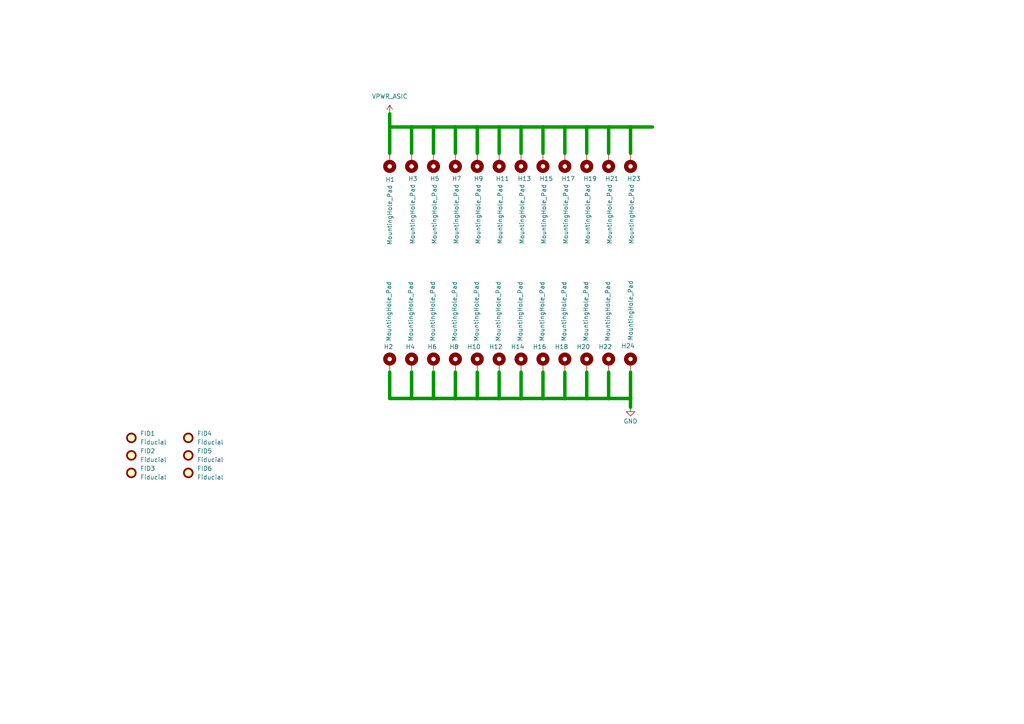
<source format=kicad_sch>
(kicad_sch (version 20231120) (generator "eeschema") (generator_version "8.0")
  (paper "A4")
  (lib_symbols
    (symbol "Mechanical:Fiducial" (exclude_from_sim yes) (in_bom no)
      (property "Reference" "FID" (at 0 5.08 0))
      (property "Value" "Fiducial" (at 0 3.175 0))
      (symbol "Fiducial_0_1"
        (circle (center 0 0) (radius 1.27) (stroke (width 0.508)) (fill (type background)))
      )
    )
    (symbol "Mechanical:MountingHole_Pad" (pin_numbers hide) (pin_names (offset 1.016) hide) (exclude_from_sim yes) (in_bom no)
      (property "Reference" "H" (at 0 6.35 0))
      (property "Value" "MountingHole_Pad" (at 0 4.445 0))
      (symbol "MountingHole_Pad_0_1"
        (circle (center 0 1.27) (radius 1.27) (stroke (width 1.27)))
      )
      (symbol "MountingHole_Pad_1_1"
        (pin input line (at 0 -2.54 90) (length 2.54) (name "1") (number "1"))
      )
    )
    (symbol "power:GND" (power) (pin_numbers hide) (pin_names (offset 0) hide)
      (property "Value" "GND" (at 0 -3.81 0))
      (symbol "GND_0_1"
        (polyline (pts (xy 0 0) (xy 0 -1.27) (xy 1.27 -1.27) (xy 0 -2.54) (xy -1.27 -1.27) (xy 0 -1.27)))
      )
      (symbol "GND_1_1"
        (pin power_in line (at 0 0 270) (length 0) (name "~") (number "1"))
      )
    )
    (symbol "power:VDD" (power) (pin_numbers hide) (pin_names (offset 0) hide)
      (property "Value" "VDD" (at 0 3.556 0))
      (symbol "VDD_0_1"
        (polyline (pts (xy -0.762 1.27) (xy 0 2.54)))
        (polyline (pts (xy 0 0) (xy 0 2.54)))
        (polyline (pts (xy 0 2.54) (xy 0.762 1.27)))
      )
      (symbol "VDD_1_1"
        (pin power_in line (at 0 0 90) (length 0) (name "~") (number "1"))
      )
    )
  )
  (junction (at 163.83 115.57))
  (junction (at 151.13 36.83))
  (junction (at 182.88 36.83))
  (junction (at 163.83 36.83))
  (junction (at 125.73 115.57))
  (junction (at 138.43 36.83))
  (junction (at 144.78 115.57))
  (junction (at 125.73 36.83))
  (junction (at 151.13 115.57))
  (junction (at 170.18 36.83))
  (junction (at 176.53 115.57))
  (junction (at 182.88 115.57))
  (junction (at 176.53 36.83))
  (junction (at 119.38 36.83))
  (junction (at 132.08 115.57))
  (junction (at 113.03 36.83))
  (junction (at 138.43 115.57))
  (junction (at 157.48 36.83))
  (junction (at 170.18 115.57))
  (junction (at 144.78 36.83))
  (junction (at 157.48 115.57))
  (junction (at 132.08 36.83))
  (junction (at 119.38 115.57))
  (wire (pts (xy 132.08 36.83) (xy 138.43 36.83)) (stroke (width 1)))
  (wire (pts (xy 144.78 36.83) (xy 151.13 36.83)) (stroke (width 1)))
  (wire (pts (xy 125.73 36.83) (xy 132.08 36.83)) (stroke (width 1)))
  (wire (pts (xy 144.78 107.95) (xy 144.78 115.57)) (stroke (width 1)))
  (wire (pts (xy 132.08 44.45) (xy 132.08 36.83)) (stroke (width 1)))
  (wire (pts (xy 157.48 36.83) (xy 163.83 36.83)) (stroke (width 1)))
  (wire (pts (xy 119.38 44.45) (xy 119.38 36.83)) (stroke (width 1)))
  (wire (pts (xy 176.53 115.57) (xy 182.88 115.57)) (stroke (width 1)))
  (wire (pts (xy 182.88 44.45) (xy 182.88 36.83)) (stroke (width 1)))
  (wire (pts (xy 176.53 44.45) (xy 176.53 36.83)) (stroke (width 1)))
  (wire (pts (xy 113.03 36.83) (xy 119.38 36.83)) (stroke (width 1)))
  (wire (pts (xy 138.43 36.83) (xy 144.78 36.83)) (stroke (width 1)))
  (wire (pts (xy 125.73 44.45) (xy 125.73 36.83)) (stroke (width 1)))
  (wire (pts (xy 119.38 107.95) (xy 119.38 115.57)) (stroke (width 1)))
  (wire (pts (xy 125.73 107.95) (xy 125.73 115.57)) (stroke (width 1)))
  (wire (pts (xy 138.43 115.57) (xy 144.78 115.57)) (stroke (width 1)))
  (wire (pts (xy 132.08 107.95) (xy 132.08 115.57)) (stroke (width 1)))
  (wire (pts (xy 119.38 36.83) (xy 125.73 36.83)) (stroke (width 1)))
  (wire (pts (xy 163.83 36.83) (xy 170.18 36.83)) (stroke (width 1)))
  (wire (pts (xy 113.03 36.83) (xy 113.03 44.45)) (stroke (width 1)))
  (wire (pts (xy 151.13 44.45) (xy 151.13 36.83)) (stroke (width 1)))
  (wire (pts (xy 170.18 115.57) (xy 176.53 115.57)) (stroke (width 1)))
  (wire (pts (xy 163.83 115.57) (xy 157.48 115.57)) (stroke (width 1)))
  (wire (pts (xy 170.18 44.45) (xy 170.18 36.83)) (stroke (width 1)))
  (wire (pts (xy 151.13 115.57) (xy 144.78 115.57)) (stroke (width 1)))
  (wire (pts (xy 163.83 107.95) (xy 163.83 115.57)) (stroke (width 1)))
  (wire (pts (xy 138.43 44.45) (xy 138.43 36.83)) (stroke (width 1)))
  (wire (pts (xy 182.88 115.57) (xy 182.88 118.11)) (stroke (width 1)))
  (wire (pts (xy 138.43 107.95) (xy 138.43 115.57)) (stroke (width 1)))
  (wire (pts (xy 176.53 107.95) (xy 176.53 115.57)) (stroke (width 1)))
  (wire (pts (xy 170.18 107.95) (xy 170.18 115.57)) (stroke (width 1)))
  (wire (pts (xy 125.73 115.57) (xy 119.38 115.57)) (stroke (width 1)))
  (wire (pts (xy 176.53 36.83) (xy 182.88 36.83)) (stroke (width 1)))
  (wire (pts (xy 163.83 44.45) (xy 163.83 36.83)) (stroke (width 1)))
  (wire (pts (xy 132.08 115.57) (xy 138.43 115.57)) (stroke (width 1)))
  (wire (pts (xy 170.18 115.57) (xy 163.83 115.57)) (stroke (width 1)))
  (wire (pts (xy 157.48 107.95) (xy 157.48 115.57)) (stroke (width 1)))
  (wire (pts (xy 182.88 115.57) (xy 182.88 107.95)) (stroke (width 1)))
  (wire (pts (xy 151.13 107.95) (xy 151.13 115.57)) (stroke (width 1)))
  (wire (pts (xy 170.18 36.83) (xy 176.53 36.83)) (stroke (width 1)))
  (wire (pts (xy 113.03 33.02) (xy 113.03 36.83)) (stroke (width 1)))
  (wire (pts (xy 157.48 44.45) (xy 157.48 36.83)) (stroke (width 1)))
  (wire (pts (xy 157.48 115.57) (xy 151.13 115.57)) (stroke (width 1)))
  (wire (pts (xy 151.13 36.83) (xy 157.48 36.83)) (stroke (width 1)))
  (wire (pts (xy 182.88 36.83) (xy 189.23 36.83)) (stroke (width 1)))
  (wire (pts (xy 144.78 44.45) (xy 144.78 36.83)) (stroke (width 1)))
  (wire (pts (xy 113.03 107.95) (xy 113.03 115.57)) (stroke (width 1)))
  (wire (pts (xy 132.08 115.57) (xy 125.73 115.57)) (stroke (width 1)))
  (wire (pts (xy 119.38 115.57) (xy 113.03 115.57)) (stroke (width 1)))
  (symbol (lib_id "Mechanical:MountingHole_Pad") (at 119.38 105.41 0) (unit 1) (exclude_from_sim yes) (in_bom no)
    (property "Reference" "H4" (at 120.396 100.584 0) (effects (justify right)))
    (property "Value" "MountingHole_Pad" (at 119.126 81.534 90) (effects (justify right)))
    (property "Footprint" "MountingHole:MountingHole_3.2mm_M3_Pad_Via" (effects (hide yes)))
    (property "Description" "Mounting Hole with connection" (effects (hide yes)))
  )
  (symbol (lib_id "Mechanical:MountingHole_Pad") (at 163.83 105.41 0) (unit 1) (exclude_from_sim yes) (in_bom no)
    (property "Reference" "H18" (at 164.846 100.584 0) (effects (justify right)))
    (property "Value" "MountingHole_Pad" (at 163.576 81.534 90) (effects (justify right)))
    (property "Footprint" "MountingHole:MountingHole_3.2mm_M3_Pad_Via" (effects (hide yes)))
    (property "Description" "Mounting Hole with connection" (effects (hide yes)))
  )
  (symbol (lib_id "Mechanical:MountingHole_Pad") (at 157.48 46.99 180) (unit 1) (exclude_from_sim yes) (in_bom no)
    (property "Reference" "H15" (at 156.464 51.816 0) (effects (justify right)))
    (property "Value" "MountingHole_Pad" (at 157.734 70.866 90) (effects (justify right)))
    (property "Footprint" "MountingHole:MountingHole_3.2mm_M3_Pad_Via" (effects (hide yes)))
    (property "Description" "Mounting Hole with connection" (effects (hide yes)))
  )
  (symbol (lib_id "Mechanical:MountingHole_Pad") (at 176.53 105.41 0) (unit 1) (exclude_from_sim yes) (in_bom no)
    (property "Reference" "H22" (at 177.546 100.584 0) (effects (justify right)))
    (property "Value" "MountingHole_Pad" (at 176.276 81.534 90) (effects (justify right)))
    (property "Footprint" "MountingHole:MountingHole_3.2mm_M3_Pad_Via" (effects (hide yes)))
    (property "Description" "Mounting Hole with connection" (effects (hide yes)))
  )
  (symbol (lib_id "power:GND") (at 182.88 118.11 0) (unit 1)
    (property "Reference" "#PWR083" (effects (hide yes)))
    (property "Value" "GND" (at 182.88 122.174 0))
    (property "Description" "Power symbol creates a global label with name \"GND\" , ground" (effects (hide yes)))
  )
  (symbol (lib_id "Mechanical:MountingHole_Pad") (at 170.18 105.41 0) (unit 1) (exclude_from_sim yes) (in_bom no)
    (property "Reference" "H20" (at 171.196 100.584 0) (effects (justify right)))
    (property "Value" "MountingHole_Pad" (at 169.926 81.534 90) (effects (justify right)))
    (property "Footprint" "MountingHole:MountingHole_3.2mm_M3_Pad_Via" (effects (hide yes)))
    (property "Description" "Mounting Hole with connection" (effects (hide yes)))
  )
  (symbol (lib_id "Mechanical:MountingHole_Pad") (at 113.03 46.99 180) (unit 1) (exclude_from_sim yes) (in_bom no)
    (property "Reference" "H1" (at 111.76 52.07 0) (effects (justify right)))
    (property "Value" "MountingHole_Pad" (at 113.03 71.12 90) (effects (justify right)))
    (property "Footprint" "MountingHole:MountingHole_3.2mm_M3_Pad_Via" (effects (hide yes)))
    (property "Description" "Mounting Hole with connection" (effects (hide yes)))
  )
  (symbol (lib_id "Mechanical:MountingHole_Pad") (at 151.13 105.41 0) (unit 1) (exclude_from_sim yes) (in_bom no)
    (property "Reference" "H14" (at 152.146 100.584 0) (effects (justify right)))
    (property "Value" "MountingHole_Pad" (at 150.876 81.534 90) (effects (justify right)))
    (property "Footprint" "MountingHole:MountingHole_3.2mm_M3_Pad_Via" (effects (hide yes)))
    (property "Description" "Mounting Hole with connection" (effects (hide yes)))
  )
  (symbol (lib_id "Mechanical:MountingHole_Pad") (at 170.18 46.99 180) (unit 1) (exclude_from_sim yes) (in_bom no)
    (property "Reference" "H19" (at 169.164 51.816 0) (effects (justify right)))
    (property "Value" "MountingHole_Pad" (at 170.434 70.866 90) (effects (justify right)))
    (property "Footprint" "MountingHole:MountingHole_3.2mm_M3_Pad_Via" (effects (hide yes)))
    (property "Description" "Mounting Hole with connection" (effects (hide yes)))
  )
  (symbol (lib_id "Mechanical:Fiducial") (at 38.1 132.08 0) (unit 1) (exclude_from_sim yes) (in_bom no)
    (property "Reference" "FID2" (at 40.64 130.8099 0) (effects (justify left)))
    (property "Value" "Fiducial" (at 40.64 133.3499 0) (effects (justify left)))
    (property "Footprint" "Fiducial:Fiducial_1mm_Mask2mm" (effects (hide yes)))
    (property "Description" "Fiducial Marker" (effects (hide yes)))
  )
  (symbol (lib_id "Mechanical:Fiducial") (at 54.61 132.08 0) (unit 1) (exclude_from_sim yes) (in_bom no)
    (property "Reference" "FID5" (at 57.15 130.8099 0) (effects (justify left)))
    (property "Value" "Fiducial" (at 57.15 133.3499 0) (effects (justify left)))
    (property "Footprint" "Fiducial:Fiducial_1mm_Mask2mm" (effects (hide yes)))
    (property "Description" "Fiducial Marker" (effects (hide yes)))
  )
  (symbol (lib_id "Mechanical:MountingHole_Pad") (at 157.48 105.41 0) (unit 1) (exclude_from_sim yes) (in_bom no)
    (property "Reference" "H16" (at 158.496 100.584 0) (effects (justify right)))
    (property "Value" "MountingHole_Pad" (at 157.226 81.534 90) (effects (justify right)))
    (property "Footprint" "MountingHole:MountingHole_3.2mm_M3_Pad_Via" (effects (hide yes)))
    (property "Description" "Mounting Hole with connection" (effects (hide yes)))
  )
  (symbol (lib_id "power:VDD") (at 113.03 33.02 0) (unit 1)
    (property "Reference" "#PWR082" (effects (hide yes)))
    (property "Value" "VPWR_ASIC" (at 113.03 27.94 0))
    (property "Description" "Power symbol creates a global label with name \"VDD\"" (effects (hide yes)))
  )
  (symbol (lib_id "Mechanical:Fiducial") (at 54.61 137.16 0) (unit 1) (exclude_from_sim yes) (in_bom no)
    (property "Reference" "FID6" (at 57.15 135.8899 0) (effects (justify left)))
    (property "Value" "Fiducial" (at 57.15 138.4299 0) (effects (justify left)))
    (property "Footprint" "Fiducial:Fiducial_1mm_Mask2mm" (effects (hide yes)))
    (property "Description" "Fiducial Marker" (effects (hide yes)))
  )
  (symbol (lib_id "Mechanical:Fiducial") (at 54.61 127 0) (unit 1) (exclude_from_sim yes) (in_bom no)
    (property "Reference" "FID4" (at 57.15 125.7299 0) (effects (justify left)))
    (property "Value" "Fiducial" (at 57.15 128.2699 0) (effects (justify left)))
    (property "Footprint" "Fiducial:Fiducial_1mm_Mask2mm" (effects (hide yes)))
    (property "Description" "Fiducial Marker" (effects (hide yes)))
  )
  (symbol (lib_id "Mechanical:MountingHole_Pad") (at 151.13 46.99 180) (unit 1) (exclude_from_sim yes) (in_bom no)
    (property "Reference" "H13" (at 150.114 51.816 0) (effects (justify right)))
    (property "Value" "MountingHole_Pad" (at 151.384 70.866 90) (effects (justify right)))
    (property "Footprint" "MountingHole:MountingHole_3.2mm_M3_Pad_Via" (effects (hide yes)))
    (property "Description" "Mounting Hole with connection" (effects (hide yes)))
  )
  (symbol (lib_id "Mechanical:MountingHole_Pad") (at 176.53 46.99 180) (unit 1) (exclude_from_sim yes) (in_bom no)
    (property "Reference" "H21" (at 175.514 51.816 0) (effects (justify right)))
    (property "Value" "MountingHole_Pad" (at 176.784 70.866 90) (effects (justify right)))
    (property "Footprint" "MountingHole:MountingHole_3.2mm_M3_Pad_Via" (effects (hide yes)))
    (property "Description" "Mounting Hole with connection" (effects (hide yes)))
  )
  (symbol (lib_id "Mechanical:MountingHole_Pad") (at 182.88 46.99 180) (unit 1) (exclude_from_sim yes) (in_bom no)
    (property "Reference" "H23" (at 181.864 51.816 0) (effects (justify right)))
    (property "Value" "MountingHole_Pad" (at 183.134 70.866 90) (effects (justify right)))
    (property "Footprint" "MountingHole:MountingHole_3.2mm_M3_Pad_Via" (effects (hide yes)))
    (property "Description" "Mounting Hole with connection" (effects (hide yes)))
  )
  (symbol (lib_id "Mechanical:MountingHole_Pad") (at 119.38 46.99 180) (unit 1) (exclude_from_sim yes) (in_bom no)
    (property "Reference" "H3" (at 118.364 51.816 0) (effects (justify right)))
    (property "Value" "MountingHole_Pad" (at 119.634 70.866 90) (effects (justify right)))
    (property "Footprint" "MountingHole:MountingHole_3.2mm_M3_Pad_Via" (effects (hide yes)))
    (property "Description" "Mounting Hole with connection" (effects (hide yes)))
  )
  (symbol (lib_id "Mechanical:MountingHole_Pad") (at 163.83 46.99 180) (unit 1) (exclude_from_sim yes) (in_bom no)
    (property "Reference" "H17" (at 162.814 51.816 0) (effects (justify right)))
    (property "Value" "MountingHole_Pad" (at 164.084 70.866 90) (effects (justify right)))
    (property "Footprint" "MountingHole:MountingHole_3.2mm_M3_Pad_Via" (effects (hide yes)))
    (property "Description" "Mounting Hole with connection" (effects (hide yes)))
  )
  (symbol (lib_id "Mechanical:Fiducial") (at 38.1 137.16 0) (unit 1) (exclude_from_sim yes) (in_bom no)
    (property "Reference" "FID3" (at 40.64 135.8899 0) (effects (justify left)))
    (property "Value" "Fiducial" (at 40.64 138.4299 0) (effects (justify left)))
    (property "Footprint" "Fiducial:Fiducial_1mm_Mask2mm" (effects (hide yes)))
    (property "Description" "Fiducial Marker" (effects (hide yes)))
  )
  (symbol (lib_id "Mechanical:MountingHole_Pad") (at 182.88 105.41 0) (unit 1) (exclude_from_sim yes) (in_bom no)
    (property "Reference" "H24" (at 184.15 100.33 0) (effects (justify right)))
    (property "Value" "MountingHole_Pad" (at 182.88 81.28 90) (effects (justify right)))
    (property "Footprint" "MountingHole:MountingHole_3.2mm_M3_Pad_Via" (effects (hide yes)))
    (property "Description" "Mounting Hole with connection" (effects (hide yes)))
  )
  (symbol (lib_id "Mechanical:MountingHole_Pad") (at 138.43 105.41 0) (unit 1) (exclude_from_sim yes) (in_bom no)
    (property "Reference" "H10" (at 139.446 100.584 0) (effects (justify right)))
    (property "Value" "MountingHole_Pad" (at 138.176 81.534 90) (effects (justify right)))
    (property "Footprint" "MountingHole:MountingHole_3.2mm_M3_Pad_Via" (effects (hide yes)))
    (property "Description" "Mounting Hole with connection" (effects (hide yes)))
  )
  (symbol (lib_id "Mechanical:Fiducial") (at 38.1 127 0) (unit 1) (exclude_from_sim yes) (in_bom no)
    (property "Reference" "FID1" (at 40.64 125.7299 0) (effects (justify left)))
    (property "Value" "Fiducial" (at 40.64 128.2699 0) (effects (justify left)))
    (property "Footprint" "Fiducial:Fiducial_1mm_Mask2mm" (effects (hide yes)))
    (property "Description" "Fiducial Marker" (effects (hide yes)))
  )
  (symbol (lib_id "Mechanical:MountingHole_Pad") (at 138.43 46.99 180) (unit 1) (exclude_from_sim yes) (in_bom no)
    (property "Reference" "H9" (at 137.414 51.816 0) (effects (justify right)))
    (property "Value" "MountingHole_Pad" (at 138.684 70.866 90) (effects (justify right)))
    (property "Footprint" "MountingHole:MountingHole_3.2mm_M3_Pad_Via" (effects (hide yes)))
    (property "Description" "Mounting Hole with connection" (effects (hide yes)))
  )
  (symbol (lib_id "Mechanical:MountingHole_Pad") (at 144.78 46.99 180) (unit 1) (exclude_from_sim yes) (in_bom no)
    (property "Reference" "H11" (at 143.764 51.816 0) (effects (justify right)))
    (property "Value" "MountingHole_Pad" (at 145.034 70.866 90) (effects (justify right)))
    (property "Footprint" "MountingHole:MountingHole_3.2mm_M3_Pad_Via" (effects (hide yes)))
    (property "Description" "Mounting Hole with connection" (effects (hide yes)))
  )
  (symbol (lib_id "Mechanical:MountingHole_Pad") (at 125.73 105.41 0) (unit 1) (exclude_from_sim yes) (in_bom no)
    (property "Reference" "H6" (at 126.746 100.584 0) (effects (justify right)))
    (property "Value" "MountingHole_Pad" (at 125.476 81.534 90) (effects (justify right)))
    (property "Footprint" "MountingHole:MountingHole_3.2mm_M3_Pad_Via" (effects (hide yes)))
    (property "Description" "Mounting Hole with connection" (effects (hide yes)))
  )
  (symbol (lib_id "Mechanical:MountingHole_Pad") (at 132.08 46.99 180) (unit 1) (exclude_from_sim yes) (in_bom no)
    (property "Reference" "H7" (at 131.064 51.816 0) (effects (justify right)))
    (property "Value" "MountingHole_Pad" (at 132.334 70.866 90) (effects (justify right)))
    (property "Footprint" "MountingHole:MountingHole_3.2mm_M3_Pad_Via" (effects (hide yes)))
    (property "Description" "Mounting Hole with connection" (effects (hide yes)))
  )
  (symbol (lib_id "Mechanical:MountingHole_Pad") (at 132.08 105.41 0) (unit 1) (exclude_from_sim yes) (in_bom no)
    (property "Reference" "H8" (at 133.096 100.584 0) (effects (justify right)))
    (property "Value" "MountingHole_Pad" (at 131.826 81.534 90) (effects (justify right)))
    (property "Footprint" "MountingHole:MountingHole_3.2mm_M3_Pad_Via" (effects (hide yes)))
    (property "Description" "Mounting Hole with connection" (effects (hide yes)))
  )
  (symbol (lib_id "Mechanical:MountingHole_Pad") (at 125.73 46.99 180) (unit 1) (exclude_from_sim yes) (in_bom no)
    (property "Reference" "H5" (at 124.714 51.816 0) (effects (justify right)))
    (property "Value" "MountingHole_Pad" (at 125.984 70.866 90) (effects (justify right)))
    (property "Footprint" "MountingHole:MountingHole_3.2mm_M3_Pad_Via" (effects (hide yes)))
    (property "Description" "Mounting Hole with connection" (effects (hide yes)))
  )
  (symbol (lib_id "Mechanical:MountingHole_Pad") (at 144.78 105.41 0) (unit 1) (exclude_from_sim yes) (in_bom no)
    (property "Reference" "H12" (at 145.796 100.584 0) (effects (justify right)))
    (property "Value" "MountingHole_Pad" (at 144.526 81.534 90) (effects (justify right)))
    (property "Footprint" "MountingHole:MountingHole_3.2mm_M3_Pad_Via" (effects (hide yes)))
    (property "Description" "Mounting Hole with connection" (effects (hide yes)))
  )
  (symbol (lib_id "Mechanical:MountingHole_Pad") (at 113.03 105.41 0) (unit 1) (exclude_from_sim yes) (in_bom no)
    (property "Reference" "H2" (at 114.046 100.584 0) (effects (justify right)))
    (property "Value" "MountingHole_Pad" (at 112.776 81.534 90) (effects (justify right)))
    (property "Footprint" "MountingHole:MountingHole_3.2mm_M3_Pad_Via" (effects (hide yes)))
    (property "Description" "Mounting Hole with connection" (effects (hide yes)))
  )
)
</source>
